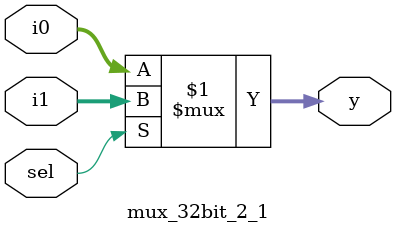
<source format=v>
module mux_32bit_2_1
(
    input[31:0] i0,
    input[31:0] i1,
    input sel, 
    output[31:0] y
);
	assign y = sel ? i1 : i0;
endmodule
</source>
